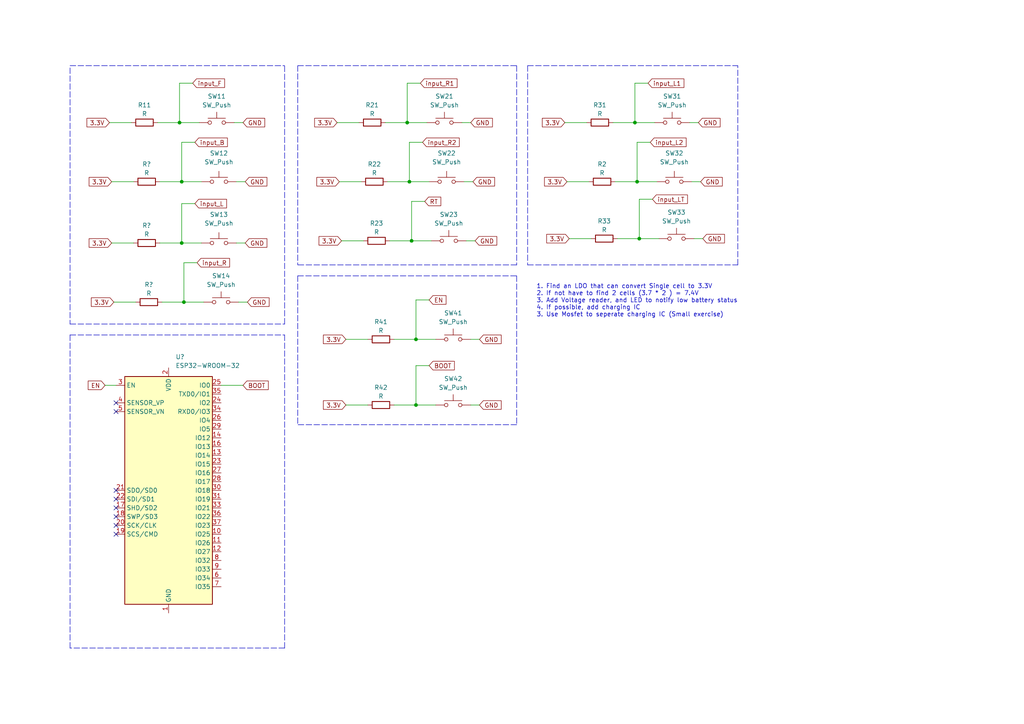
<source format=kicad_sch>
(kicad_sch (version 20211123) (generator eeschema)
  (paper "A4")
  (lib_symbols
    (symbol "Device:R" (pin_numbers hide) (pin_names (offset 0))
      (property "Reference" "R" (at 2.032 0 90))
      (property "Value" "R" (at 0 0 90))
      (symbol "R_0_1"
        (rectangle (start -1.016 -2.54) (end 1.016 2.54) (stroke (width 0.254)))
      )
      (symbol "R_1_1"
        (pin passive line (at 0 3.81 270) (length 1.27) (name "~") (number "1"))
        (pin passive line (at 0 -3.81 90) (length 1.27) (name "~") (number "2"))
      )
    )
    (symbol "RF_Module:ESP32-WROOM-32"
      (property "Reference" "U" (at -12.7 34.29 0))
      (property "Value" "ESP32-WROOM-32" (at 1.27 34.29 0))
      (symbol "ESP32-WROOM-32_0_1"
        (rectangle (start -12.7 33.02) (end 12.7 -33.02) (stroke (width 0.254)) (fill (type background)))
      )
      (symbol "ESP32-WROOM-32_1_1"
        (pin power_in line (at 0 -35.56 90) (length 2.54) (name "GND") (number "1"))
        (pin bidirectional line (at 15.24 -12.7 180) (length 2.54) (name "IO25") (number "10"))
        (pin bidirectional line (at 15.24 -15.24 180) (length 2.54) (name "IO26") (number "11"))
        (pin bidirectional line (at 15.24 -17.78 180) (length 2.54) (name "IO27") (number "12"))
        (pin bidirectional line (at 15.24 10.16 180) (length 2.54) (name "IO14") (number "13"))
        (pin bidirectional line (at 15.24 15.24 180) (length 2.54) (name "IO12") (number "14"))
        (pin passive line (at 0 -35.56 90) (length 2.54) hide (name "GND") (number "15"))
        (pin bidirectional line (at 15.24 12.7 180) (length 2.54) (name "IO13") (number "16"))
        (pin bidirectional line (at -15.24 -5.08 0) (length 2.54) (name "SHD/SD2") (number "17"))
        (pin bidirectional line (at -15.24 -7.62 0) (length 2.54) (name "SWP/SD3") (number "18"))
        (pin bidirectional line (at -15.24 -12.7 0) (length 2.54) (name "SCS/CMD") (number "19"))
        (pin power_in line (at 0 35.56 270) (length 2.54) (name "VDD") (number "2"))
        (pin bidirectional line (at -15.24 -10.16 0) (length 2.54) (name "SCK/CLK") (number "20"))
        (pin bidirectional line (at -15.24 0 0) (length 2.54) (name "SDO/SD0") (number "21"))
        (pin bidirectional line (at -15.24 -2.54 0) (length 2.54) (name "SDI/SD1") (number "22"))
        (pin bidirectional line (at 15.24 7.62 180) (length 2.54) (name "IO15") (number "23"))
        (pin bidirectional line (at 15.24 25.4 180) (length 2.54) (name "IO2") (number "24"))
        (pin bidirectional line (at 15.24 30.48 180) (length 2.54) (name "IO0") (number "25"))
        (pin bidirectional line (at 15.24 20.32 180) (length 2.54) (name "IO4") (number "26"))
        (pin bidirectional line (at 15.24 5.08 180) (length 2.54) (name "IO16") (number "27"))
        (pin bidirectional line (at 15.24 2.54 180) (length 2.54) (name "IO17") (number "28"))
        (pin bidirectional line (at 15.24 17.78 180) (length 2.54) (name "IO5") (number "29"))
        (pin input line (at -15.24 30.48 0) (length 2.54) (name "EN") (number "3"))
        (pin bidirectional line (at 15.24 0 180) (length 2.54) (name "IO18") (number "30"))
        (pin bidirectional line (at 15.24 -2.54 180) (length 2.54) (name "IO19") (number "31"))
        (pin no_connect line (at -12.7 -27.94 0) (length 2.54) hide (name "NC") (number "32"))
        (pin bidirectional line (at 15.24 -5.08 180) (length 2.54) (name "IO21") (number "33"))
        (pin bidirectional line (at 15.24 22.86 180) (length 2.54) (name "RXD0/IO3") (number "34"))
        (pin bidirectional line (at 15.24 27.94 180) (length 2.54) (name "TXD0/IO1") (number "35"))
        (pin bidirectional line (at 15.24 -7.62 180) (length 2.54) (name "IO22") (number "36"))
        (pin bidirectional line (at 15.24 -10.16 180) (length 2.54) (name "IO23") (number "37"))
        (pin passive line (at 0 -35.56 90) (length 2.54) hide (name "GND") (number "38"))
        (pin passive line (at 0 -35.56 90) (length 2.54) hide (name "GND") (number "39"))
        (pin input line (at -15.24 25.4 0) (length 2.54) (name "SENSOR_VP") (number "4"))
        (pin input line (at -15.24 22.86 0) (length 2.54) (name "SENSOR_VN") (number "5"))
        (pin input line (at 15.24 -25.4 180) (length 2.54) (name "IO34") (number "6"))
        (pin input line (at 15.24 -27.94 180) (length 2.54) (name "IO35") (number "7"))
        (pin bidirectional line (at 15.24 -20.32 180) (length 2.54) (name "IO32") (number "8"))
        (pin bidirectional line (at 15.24 -22.86 180) (length 2.54) (name "IO33") (number "9"))
      )
    )
    (symbol "Switch:SW_Push" (pin_numbers hide) (pin_names (offset 1.016) hide)
      (property "Reference" "SW" (at 1.27 2.54 0))
      (property "Value" "SW_Push" (at 0 -1.524 0))
      (symbol "SW_Push_0_1"
        (circle (center -2.032 0) (radius 0.508))
        (polyline (pts (xy 0 1.27) (xy 0 3.048)))
        (polyline (pts (xy 2.54 1.27) (xy -2.54 1.27)))
        (circle (center 2.032 0) (radius 0.508))
        (pin passive line (at -5.08 0 0) (length 2.54) (name "1") (number "1"))
        (pin passive line (at 5.08 0 180) (length 2.54) (name "2") (number "2"))
      )
    )
  )
  (junction (at 185.42 69.215))
  (junction (at 52.705 52.705))
  (junction (at 53.34 87.63))
  (junction (at 184.15 35.56))
  (junction (at 184.785 52.705))
  (junction (at 52.705 70.485))
  (junction (at 118.745 52.705))
  (junction (at 52.07 35.56))
  (junction (at 120.65 117.475))
  (junction (at 119.38 69.85))
  (junction (at 118.11 35.56))
  (junction (at 120.65 98.425))
  (no_connect (at 33.655 116.84))
  (no_connect (at 33.655 119.38))
  (no_connect (at 33.655 142.24))
  (no_connect (at 33.655 144.78))
  (no_connect (at 33.655 147.32))
  (no_connect (at 33.655 149.86))
  (no_connect (at 33.655 152.4))
  (no_connect (at 33.655 154.94))
  (wire (pts (xy 136.525 98.425) (xy 139.065 98.425)))
  (wire (pts (xy 184.15 35.56) (xy 189.865 35.56)))
  (polyline (pts (xy 149.86 19.05) (xy 149.86 76.835)))
  (wire (pts (xy 52.705 59.055) (xy 52.705 70.485)))
  (wire (pts (xy 64.135 111.76) (xy 70.485 111.76)))
  (wire (pts (xy 68.58 70.485) (xy 71.12 70.485)))
  (wire (pts (xy 185.42 69.215) (xy 191.135 69.215)))
  (wire (pts (xy 135.255 69.85) (xy 137.795 69.85)))
  (wire (pts (xy 52.705 41.275) (xy 56.515 41.275)))
  (wire (pts (xy 200.025 35.56) (xy 202.565 35.56)))
  (wire (pts (xy 185.42 57.785) (xy 189.23 57.785)))
  (wire (pts (xy 111.76 35.56) (xy 118.11 35.56)))
  (wire (pts (xy 120.65 117.475) (xy 126.365 117.475)))
  (wire (pts (xy 120.65 98.425) (xy 126.365 98.425)))
  (wire (pts (xy 185.42 57.785) (xy 185.42 69.215)))
  (polyline (pts (xy 153.035 19.05) (xy 153.035 76.835)))
  (wire (pts (xy 184.15 24.13) (xy 184.15 35.56)))
  (wire (pts (xy 52.07 24.13) (xy 55.88 24.13)))
  (polyline (pts (xy 82.55 97.155) (xy 82.55 187.96)))
  (wire (pts (xy 112.395 52.705) (xy 118.745 52.705)))
  (polyline (pts (xy 20.32 19.685) (xy 20.32 93.98)))
  (wire (pts (xy 200.66 52.705) (xy 203.2 52.705)))
  (polyline (pts (xy 149.86 80.01) (xy 149.86 123.19)))
  (wire (pts (xy 99.06 69.85) (xy 105.41 69.85)))
  (wire (pts (xy 52.705 41.275) (xy 52.705 52.705)))
  (wire (pts (xy 119.38 69.85) (xy 125.095 69.85)))
  (wire (pts (xy 68.58 52.705) (xy 71.12 52.705)))
  (wire (pts (xy 184.15 24.13) (xy 187.96 24.13)))
  (polyline (pts (xy 20.32 93.98) (xy 82.55 93.98)))
  (polyline (pts (xy 20.32 97.155) (xy 82.55 97.155)))
  (polyline (pts (xy 82.55 187.96) (xy 20.32 187.96)))
  (wire (pts (xy 119.38 58.42) (xy 123.19 58.42)))
  (polyline (pts (xy 153.035 19.05) (xy 213.995 19.05)))
  (wire (pts (xy 100.33 98.425) (xy 106.68 98.425)))
  (wire (pts (xy 113.03 69.85) (xy 119.38 69.85)))
  (polyline (pts (xy 20.32 97.155) (xy 20.32 187.96)))
  (wire (pts (xy 134.62 52.705) (xy 137.16 52.705)))
  (polyline (pts (xy 213.995 76.835) (xy 213.995 19.05)))
  (polyline (pts (xy 149.86 123.19) (xy 86.36 123.19)))
  (wire (pts (xy 53.34 76.2) (xy 53.34 87.63)))
  (wire (pts (xy 97.79 35.56) (xy 104.14 35.56)))
  (wire (pts (xy 120.65 106.045) (xy 120.65 117.475)))
  (wire (pts (xy 52.705 52.705) (xy 58.42 52.705)))
  (wire (pts (xy 98.425 52.705) (xy 104.775 52.705)))
  (wire (pts (xy 118.11 24.13) (xy 118.11 35.56)))
  (wire (pts (xy 45.72 35.56) (xy 52.07 35.56)))
  (wire (pts (xy 133.985 35.56) (xy 136.525 35.56)))
  (wire (pts (xy 52.07 24.13) (xy 52.07 35.56)))
  (polyline (pts (xy 86.36 19.05) (xy 86.36 76.835)))
  (wire (pts (xy 119.38 58.42) (xy 119.38 69.85)))
  (wire (pts (xy 33.02 87.63) (xy 39.37 87.63)))
  (wire (pts (xy 114.3 117.475) (xy 120.65 117.475)))
  (polyline (pts (xy 20.32 19.05) (xy 82.55 19.05)))
  (wire (pts (xy 120.65 86.995) (xy 120.65 98.425)))
  (wire (pts (xy 184.785 41.275) (xy 184.785 52.705)))
  (wire (pts (xy 53.34 87.63) (xy 59.055 87.63)))
  (wire (pts (xy 53.34 76.2) (xy 57.15 76.2)))
  (wire (pts (xy 201.295 69.215) (xy 203.835 69.215)))
  (wire (pts (xy 46.99 87.63) (xy 53.34 87.63)))
  (wire (pts (xy 52.705 70.485) (xy 58.42 70.485)))
  (wire (pts (xy 52.705 59.055) (xy 56.515 59.055)))
  (wire (pts (xy 178.435 52.705) (xy 184.785 52.705)))
  (wire (pts (xy 165.1 69.215) (xy 171.45 69.215)))
  (wire (pts (xy 120.65 86.995) (xy 124.46 86.995)))
  (wire (pts (xy 46.355 70.485) (xy 52.705 70.485)))
  (wire (pts (xy 67.945 35.56) (xy 70.485 35.56)))
  (wire (pts (xy 32.385 52.705) (xy 38.735 52.705)))
  (polyline (pts (xy 86.36 80.01) (xy 149.86 80.01)))
  (wire (pts (xy 118.745 41.275) (xy 122.555 41.275)))
  (wire (pts (xy 118.745 52.705) (xy 124.46 52.705)))
  (wire (pts (xy 179.07 69.215) (xy 185.42 69.215)))
  (wire (pts (xy 118.745 41.275) (xy 118.745 52.705)))
  (polyline (pts (xy 86.36 80.01) (xy 86.36 123.19)))
  (wire (pts (xy 118.11 24.13) (xy 121.92 24.13)))
  (polyline (pts (xy 82.55 93.98) (xy 82.55 19.05)))
  (wire (pts (xy 164.465 52.705) (xy 170.815 52.705)))
  (polyline (pts (xy 86.36 19.05) (xy 149.86 19.05)))
  (wire (pts (xy 46.355 52.705) (xy 52.705 52.705)))
  (wire (pts (xy 184.785 52.705) (xy 190.5 52.705)))
  (wire (pts (xy 136.525 117.475) (xy 139.065 117.475)))
  (polyline (pts (xy 149.86 76.835) (xy 86.36 76.835)))
  (wire (pts (xy 184.785 41.275) (xy 188.595 41.275)))
  (wire (pts (xy 52.07 35.56) (xy 57.785 35.56)))
  (wire (pts (xy 118.11 35.56) (xy 123.825 35.56)))
  (wire (pts (xy 114.3 98.425) (xy 120.65 98.425)))
  (wire (pts (xy 163.83 35.56) (xy 170.18 35.56)))
  (wire (pts (xy 32.385 70.485) (xy 38.735 70.485)))
  (wire (pts (xy 69.215 87.63) (xy 71.755 87.63)))
  (wire (pts (xy 120.65 106.045) (xy 124.46 106.045)))
  (wire (pts (xy 30.48 111.76) (xy 33.655 111.76)))
  (wire (pts (xy 100.33 117.475) (xy 106.68 117.475)))
  (polyline (pts (xy 153.035 76.835) (xy 213.995 76.835)))
  (wire (pts (xy 31.75 35.56) (xy 38.1 35.56)))
  (wire (pts (xy 177.8 35.56) (xy 184.15 35.56)))
  (text "1. Find an LDO that can convert Single cell to 3.3V\n2. If not have to find 2 cells (3.7 * 2 ) = 7.4V\n3. Add Voltage reader, and LED to notify low battery status\n4. If possible, add charging IC\n3. Use Mosfet to seperate charging IC (Small exercise)" (at 155.575 92.075 0) (effects (font (size 1.27 1.27)) (justify left bottom)))
  (global_label "3.3V" (shape input) (at 164.465 52.705 180) (property "Intersheet References" "${INTERSHEET_REFS}" (effects hide)))
  (global_label "GND" (shape input) (at 71.12 52.705 0) (property "Intersheet References" "${INTERSHEET_REFS}" (effects hide)))
  (global_label "input_R2" (shape input) (at 122.555 41.275 0) (property "Intersheet References" "${INTERSHEET_REFS}" (effects hide)))
  (global_label "input_L1" (shape input) (at 187.96 24.13 0) (property "Intersheet References" "${INTERSHEET_REFS}" (effects hide)))
  (global_label "GND" (shape input) (at 71.755 87.63 0) (property "Intersheet References" "${INTERSHEET_REFS}" (effects hide)))
  (global_label "GND" (shape input) (at 203.2 52.705 0) (property "Intersheet References" "${INTERSHEET_REFS}" (effects hide)))
  (global_label "GND" (shape input) (at 203.835 69.215 0) (property "Intersheet References" "${INTERSHEET_REFS}" (effects hide)))
  (global_label "input_LT" (shape input) (at 189.23 57.785 0) (property "Intersheet References" "${INTERSHEET_REFS}" (effects hide)))
  (global_label "3.3V" (shape input) (at 32.385 52.705 180) (property "Intersheet References" "${INTERSHEET_REFS}" (effects hide)))
  (global_label "input_F" (shape input) (at 55.88 24.13 0) (property "Intersheet References" "${INTERSHEET_REFS}" (effects hide)))
  (global_label "3.3V" (shape input) (at 98.425 52.705 180) (property "Intersheet References" "${INTERSHEET_REFS}" (effects hide)))
  (global_label "input_R" (shape input) (at 57.15 76.2 0) (property "Intersheet References" "${INTERSHEET_REFS}" (effects hide)))
  (global_label "3.3V" (shape input) (at 100.33 98.425 180) (property "Intersheet References" "${INTERSHEET_REFS}" (effects hide)))
  (global_label "3.3V" (shape input) (at 100.33 117.475 180) (property "Intersheet References" "${INTERSHEET_REFS}" (effects hide)))
  (global_label "3.3V" (shape input) (at 32.385 70.485 180) (property "Intersheet References" "${INTERSHEET_REFS}" (effects hide)))
  (global_label "input_B" (shape input) (at 56.515 41.275 0) (property "Intersheet References" "${INTERSHEET_REFS}" (effects hide)))
  (global_label "GND" (shape input) (at 137.795 69.85 0) (property "Intersheet References" "${INTERSHEET_REFS}" (effects hide)))
  (global_label "3.3V" (shape input) (at 163.83 35.56 180) (property "Intersheet References" "${INTERSHEET_REFS}" (effects hide)))
  (global_label "3.3V" (shape input) (at 99.06 69.85 180) (property "Intersheet References" "${INTERSHEET_REFS}" (effects hide)))
  (global_label "input_L2" (shape input) (at 188.595 41.275 0) (property "Intersheet References" "${INTERSHEET_REFS}" (effects hide)))
  (global_label "GND" (shape input) (at 139.065 117.475 0) (property "Intersheet References" "${INTERSHEET_REFS}" (effects hide)))
  (global_label "GND" (shape input) (at 71.12 70.485 0) (property "Intersheet References" "${INTERSHEET_REFS}" (effects hide)))
  (global_label "input_R1" (shape input) (at 121.92 24.13 0) (property "Intersheet References" "${INTERSHEET_REFS}" (effects hide)))
  (global_label "GND" (shape input) (at 70.485 35.56 0) (property "Intersheet References" "${INTERSHEET_REFS}" (effects hide)))
  (global_label "3.3V" (shape input) (at 165.1 69.215 180) (property "Intersheet References" "${INTERSHEET_REFS}" (effects hide)))
  (global_label "GND" (shape input) (at 139.065 98.425 0) (property "Intersheet References" "${INTERSHEET_REFS}" (effects hide)))
  (global_label "GND" (shape input) (at 136.525 35.56 0) (property "Intersheet References" "${INTERSHEET_REFS}" (effects hide)))
  (global_label "GND" (shape input) (at 137.16 52.705 0) (property "Intersheet References" "${INTERSHEET_REFS}" (effects hide)))
  (global_label "3.3V" (shape input) (at 97.79 35.56 180) (property "Intersheet References" "${INTERSHEET_REFS}" (effects hide)))
  (global_label "BOOT" (shape input) (at 124.46 106.045 0) (property "Intersheet References" "${INTERSHEET_REFS}" (effects hide)))
  (global_label "3.3V" (shape input) (at 31.75 35.56 180) (property "Intersheet References" "${INTERSHEET_REFS}" (effects hide)))
  (global_label "3.3V" (shape input) (at 33.02 87.63 180) (property "Intersheet References" "${INTERSHEET_REFS}" (effects hide)))
  (global_label "EN" (shape input) (at 124.46 86.995 0) (property "Intersheet References" "${INTERSHEET_REFS}" (effects hide)))
  (global_label "RT" (shape input) (at 123.19 58.42 0) (property "Intersheet References" "${INTERSHEET_REFS}" (effects hide)))
  (global_label "EN" (shape input) (at 30.48 111.76 180) (property "Intersheet References" "${INTERSHEET_REFS}" (effects hide)))
  (global_label "GND" (shape input) (at 202.565 35.56 0) (property "Intersheet References" "${INTERSHEET_REFS}" (effects hide)))
  (global_label "input_L" (shape input) (at 56.515 59.055 0) (property "Intersheet References" "${INTERSHEET_REFS}" (effects hide)))
  (global_label "BOOT" (shape input) (at 70.485 111.76 0) (property "Intersheet References" "${INTERSHEET_REFS}" (effects hide)))
  (symbol (lib_id "Switch:SW_Push") (at 64.135 87.63 0) (unit 1)
    (property "Reference" "SW14" (at 64.135 80.01 0))
    (property "Value" "SW_Push" (at 64.135 82.55 0))
  )
  (symbol (lib_id "Device:R") (at 110.49 98.425 270) (unit 1)
    (property "Reference" "R41" (at 110.49 93.345 90))
    (property "Value" "R" (at 110.49 95.885 90))
  )
  (symbol (lib_id "Switch:SW_Push") (at 130.175 69.85 0) (unit 1)
    (property "Reference" "SW23" (at 130.175 62.23 0))
    (property "Value" "SW_Push" (at 130.175 64.77 0))
  )
  (symbol (lib_id "RF_Module:ESP32-WROOM-32") (at 48.895 142.24 0) (unit 1)
    (property "Reference" "U?" (at 50.9144 103.505 0) (effects (justify left)))
    (property "Value" "ESP32-WROOM-32" (at 50.9144 106.045 0) (effects (justify left)))
    (property "Footprint" "RF_Module:ESP32-WROOM-32" (effects hide))
    (property "Datasheet" "https://www.espressif.com/sites/default/files/documentation/esp32-wroom-32_datasheet_en.pdf" (effects hide))
  )
  (symbol (lib_id "Switch:SW_Push") (at 129.54 52.705 0) (unit 1)
    (property "Reference" "SW22" (at 129.54 44.45 0))
    (property "Value" "SW_Push" (at 129.54 46.99 0))
  )
  (symbol (lib_id "Switch:SW_Push") (at 131.445 98.425 0) (unit 1)
    (property "Reference" "SW41" (at 131.445 90.805 0))
    (property "Value" "SW_Push" (at 131.445 93.345 0))
  )
  (symbol (lib_id "Device:R") (at 42.545 52.705 270) (unit 1)
    (property "Reference" "R?" (at 42.545 47.625 90))
    (property "Value" "R" (at 42.545 50.165 90))
  )
  (symbol (lib_id "Switch:SW_Push") (at 128.905 35.56 0) (unit 1)
    (property "Reference" "SW21" (at 128.905 27.94 0))
    (property "Value" "SW_Push" (at 128.905 30.48 0))
  )
  (symbol (lib_id "Switch:SW_Push") (at 194.945 35.56 0) (unit 1)
    (property "Reference" "SW31" (at 194.945 27.94 0))
    (property "Value" "SW_Push" (at 194.945 30.48 0))
  )
  (symbol (lib_id "Device:R") (at 42.545 70.485 270) (unit 1)
    (property "Reference" "R?" (at 42.545 65.405 90))
    (property "Value" "R" (at 42.545 67.945 90))
  )
  (symbol (lib_id "Switch:SW_Push") (at 62.865 35.56 0) (unit 1)
    (property "Reference" "SW11" (at 62.865 27.94 0))
    (property "Value" "SW_Push" (at 62.865 30.48 0))
  )
  (symbol (lib_id "Device:R") (at 174.625 52.705 270) (unit 1)
    (property "Reference" "R2" (at 174.625 47.625 90))
    (property "Value" "R" (at 174.625 50.165 90))
  )
  (symbol (lib_id "Switch:SW_Push") (at 195.58 52.705 0) (unit 1)
    (property "Reference" "SW32" (at 195.58 44.45 0))
    (property "Value" "SW_Push" (at 195.58 46.99 0))
  )
  (symbol (lib_id "Switch:SW_Push") (at 63.5 52.705 0) (unit 1)
    (property "Reference" "SW12" (at 63.5 44.45 0))
    (property "Value" "SW_Push" (at 63.5 46.99 0))
  )
  (symbol (lib_id "Switch:SW_Push") (at 196.215 69.215 0) (unit 1)
    (property "Reference" "SW33" (at 196.215 61.595 0))
    (property "Value" "SW_Push" (at 196.215 64.135 0))
  )
  (symbol (lib_id "Device:R") (at 110.49 117.475 270) (unit 1)
    (property "Reference" "R42" (at 110.49 112.395 90))
    (property "Value" "R" (at 110.49 114.935 90))
  )
  (symbol (lib_id "Device:R") (at 173.99 35.56 270) (unit 1)
    (property "Reference" "R31" (at 173.99 30.48 90))
    (property "Value" "R" (at 173.99 33.02 90))
  )
  (symbol (lib_id "Device:R") (at 41.91 35.56 270) (unit 1)
    (property "Reference" "R11" (at 41.91 30.48 90))
    (property "Value" "R" (at 41.91 33.02 90))
  )
  (symbol (lib_id "Switch:SW_Push") (at 131.445 117.475 0) (unit 1)
    (property "Reference" "SW42" (at 131.445 109.855 0))
    (property "Value" "SW_Push" (at 131.445 112.395 0))
  )
  (symbol (lib_id "Device:R") (at 107.95 35.56 270) (unit 1)
    (property "Reference" "R21" (at 107.95 30.48 90))
    (property "Value" "R" (at 107.95 33.02 90))
  )
  (symbol (lib_id "Device:R") (at 43.18 87.63 270) (unit 1)
    (property "Reference" "R?" (at 43.18 82.55 90))
    (property "Value" "R" (at 43.18 85.09 90))
  )
  (symbol (lib_id "Device:R") (at 108.585 52.705 270) (unit 1)
    (property "Reference" "R22" (at 108.585 47.625 90))
    (property "Value" "R" (at 108.585 50.165 90))
  )
  (symbol (lib_id "Switch:SW_Push") (at 63.5 70.485 0) (unit 1)
    (property "Reference" "SW13" (at 63.5 62.23 0))
    (property "Value" "SW_Push" (at 63.5 64.77 0))
  )
  (symbol (lib_id "Device:R") (at 175.26 69.215 270) (unit 1)
    (property "Reference" "R33" (at 175.26 64.135 90))
    (property "Value" "R" (at 175.26 66.675 90))
  )
  (symbol (lib_id "Device:R") (at 109.22 69.85 270) (unit 1)
    (property "Reference" "R23" (at 109.22 64.77 90))
    (property "Value" "R" (at 109.22 67.31 90))
  )
)
</source>
